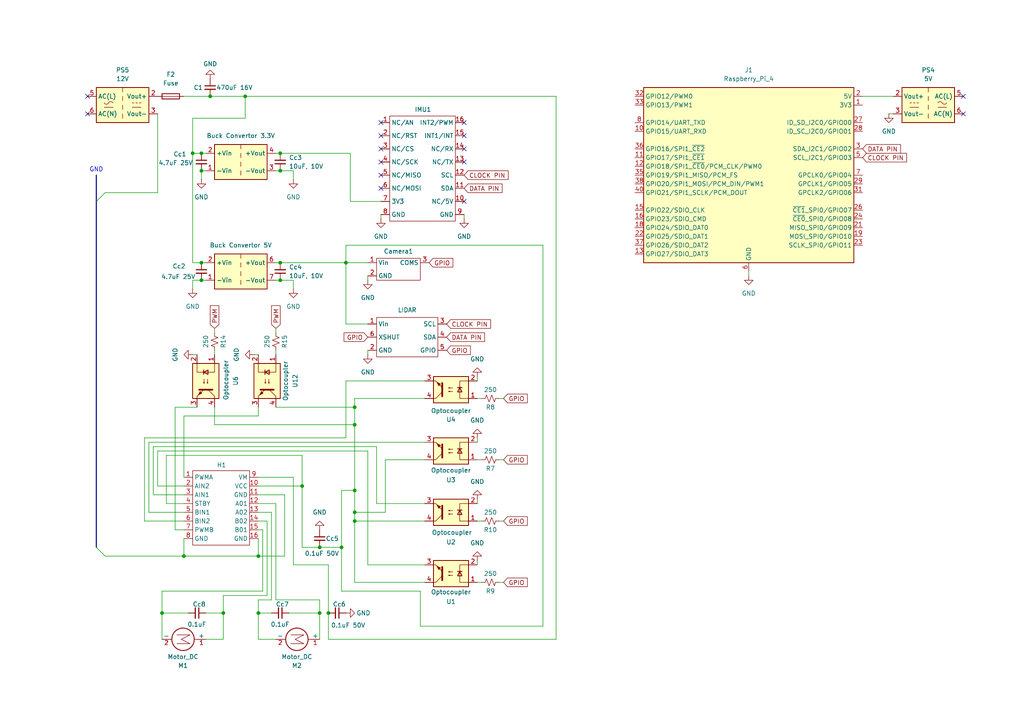
<source format=kicad_sch>
(kicad_sch (version 20250114) (generator "eeschema") (generator_version "9.0")
  (paper "A4")
  (title_block (title "MFWF Power Distribution") (date "2025-11-04") (rev "2") (company "Carleton University"))
  (lib_symbols
    (symbol "Connector:Raspberry_Pi_4"
      (property "Reference" "J" (at -17.526 48.768 0))
      (property "Value" "Raspberry_Pi_4" (at 15.748 -26.416 0))
      (symbol "Raspberry_Pi_4_1_1"
        (pin bidirectional line (at -33.02 22.86 0) (length 2.54) (name "GPIO12/PWM0") (number "32"))
        (pin bidirectional line (at -33.02 20.32 0) (length 2.54) (name "GPIO13/PWM1") (number "33"))
        (pin bidirectional line (at -33.02 15.24 0) (length 2.54) (name "GPIO14/UART_TXD") (number "8"))
        (pin bidirectional line (at -33.02 12.7 0) (length 2.54) (name "GPIO15/UART_RXD") (number "10"))
        (pin bidirectional line (at -33.02 7.62 0) (length 2.54) (name "GPIO16/SPI1_~{CE2}") (number "36"))
        (pin bidirectional line (at -33.02 5.08 0) (length 2.54) (name "GPIO17/SPI1_~{CE1}") (number "11"))
        (pin bidirectional line (at -33.02 2.54 0) (length 2.54) (name "GPIO18/SPI1_~{CE0}/PCM_CLK/PWM0") (number "12"))
        (pin bidirectional line (at -33.02 0 0) (length 2.54) (name "GPIO19/SPI1_MISO/PCM_FS") (number "35"))
        (pin bidirectional line (at -33.02 -2.54 0) (length 2.54) (name "GPIO20/SPI1_MOSI/PCM_DIN/PWM1") (number "38"))
        (pin bidirectional line (at -33.02 -5.08 0) (length 2.54) (name "GPIO21/SPI1_SCLK/PCM_DOUT") (number "40"))
        (pin bidirectional line (at -33.02 -10.16 0) (length 2.54) (name "GPIO22/SDIO_CLK") (number "15"))
        (pin bidirectional line (at -33.02 -12.7 0) (length 2.54) (name "GPIO23/SDIO_CMD") (number "16"))
        (pin bidirectional line (at -33.02 -15.24 0) (length 2.54) (name "GPIO24/SDIO_DAT0") (number "18"))
        (pin bidirectional line (at -33.02 -17.78 0) (length 2.54) (name "GPIO25/SDIO_DAT1") (number "22"))
        (pin bidirectional line (at -33.02 -20.32 0) (length 2.54) (name "GPIO26/SDIO_DAT2") (number "37"))
        (pin bidirectional line (at -33.02 -22.86 0) (length 2.54) (name "GPIO27/SDIO_DAT3") (number "13"))
        (pin passive line (at 0 -27.94 90) (length 2.54) (hide yes) (name "GND") (number "14"))
        (pin passive line (at 0 -27.94 90) (length 2.54) (hide yes) (name "GND") (number "20"))
        (pin passive line (at 0 -27.94 90) (length 2.54) (hide yes) (name "GND") (number "25"))
        (pin passive line (at 0 -27.94 90) (length 2.54) (hide yes) (name "GND") (number "30"))
        (pin passive line (at 0 -27.94 90) (length 2.54) (hide yes) (name "GND") (number "34"))
        (pin passive line (at 0 -27.94 90) (length 2.54) (hide yes) (name "GND") (number "39"))
        (pin power_out line (at 0 -27.94 90) (length 2.54) (name "GND") (number "6"))
        (pin passive line (at 0 -27.94 90) (length 2.54) (hide yes) (name "GND") (number "9"))
        (pin power_out line (at 33.02 22.86 180) (length 2.54) (name "5V") (number "2"))
        (pin passive line (at 33.02 22.86 180) (length 2.54) (hide yes) (name "5V") (number "4"))
        (pin power_out line (at 33.02 20.32 180) (length 2.54) (name "3V3") (number "1"))
        (pin passive line (at 33.02 20.32 180) (length 2.54) (hide yes) (name "3V3") (number "17"))
        (pin bidirectional line (at 33.02 15.24 180) (length 2.54) (name "ID_SD_I2C0/GPIO00") (number "27"))
        (pin bidirectional line (at 33.02 12.7 180) (length 2.54) (name "ID_SC_I2C0/GPIO01") (number "28"))
        (pin bidirectional line (at 33.02 7.62 180) (length 2.54) (name "SDA_I2C1/GPIO02") (number "3"))
        (pin bidirectional line (at 33.02 5.08 180) (length 2.54) (name "SCL_I2C1/GPIO03") (number "5"))
        (pin bidirectional line (at 33.02 0 180) (length 2.54) (name "GPCLK0/GPIO04") (number "7"))
        (pin bidirectional line (at 33.02 -2.54 180) (length 2.54) (name "GPCLK1/GPIO05") (number "29"))
        (pin bidirectional line (at 33.02 -5.08 180) (length 2.54) (name "GPCLK2/GPIO06") (number "31"))
        (pin bidirectional line (at 33.02 -10.16 180) (length 2.54) (name "~{CE1}_SPI0/GPIO07") (number "26"))
        (pin bidirectional line (at 33.02 -12.7 180) (length 2.54) (name "~{CE0}_SPI0/GPIO08") (number "24"))
        (pin bidirectional line (at 33.02 -15.24 180) (length 2.54) (name "MISO_SPI0/GPIO09") (number "21"))
        (pin bidirectional line (at 33.02 -17.78 180) (length 2.54) (name "MOSI_SPI0/GPIO10") (number "19"))
        (pin bidirectional line (at 33.02 -20.32 180) (length 2.54) (name "SCLK_SPI0/GPIO11") (number "23"))
      )
    )
    (symbol "Converter_ACDC:TMLM04105"
      (property "Reference" "PS" (at 0 6.35 0))
      (property "Value" "TMLM04105" (at 0 -6.35 0))
      (symbol "TMLM04105_1_1"
        (pin power_in line (at -10.16 2.54 0) (length 2.54) (name "AC(L)") (number "5"))
        (pin power_in line (at -10.16 -2.54 0) (length 2.54) (name "AC(N)") (number "6"))
        (pin power_out line (at 10.16 2.54 180) (length 2.54) (name "Vout+") (number "2"))
        (pin power_out line (at 10.16 -2.54 180) (length 2.54) (name "Vout-") (number "3"))
      )
    )
    (symbol "Converter_ACDC:TMLM04112"
      (property "Reference" "PS" (at 0 6.35 0))
      (property "Value" "TMLM04112" (at 0 -6.35 0))
      (symbol "TMLM04112_1_1"
        (pin power_in line (at -10.16 2.54 0) (length 2.54) (name "AC(L)") (number "5"))
        (pin power_in line (at -10.16 -2.54 0) (length 2.54) (name "AC(N)") (number "6"))
        (pin power_out line (at 10.16 2.54 180) (length 2.54) (name "Vout+") (number "2"))
        (pin power_out line (at 10.16 -2.54 180) (length 2.54) (name "Vout-") (number "3"))
      )
    )
    (symbol "Converter_DCDC:ITX1203SA"
      (property "Reference" "PS" (at -7.62 6.35 0))
      (property "Value" "ITX1203SA" (at 1.27 6.35 0))
      (symbol "ITX1203SA_0_0"
        (pin power_in line (at -10.16 2.54 0) (length 2.54) (name "+Vin") (number "2"))
        (pin power_in line (at -10.16 -2.54 0) (length 2.54) (name "-Vin") (number "1"))
        (pin no_connect line (at 7.62 0 180) (length 2.54) (hide yes) (name "NC") (number "8"))
        (pin power_out line (at 10.16 2.54 180) (length 2.54) (name "+Vout") (number "6"))
        (pin power_out line (at 10.16 -2.54 180) (length 2.54) (name "-Vout") (number "7"))
      )
    )
    (symbol "Converter_DCDC:MEE1S1205SC"
      (property "Reference" "PS" (at -7.62 6.35 0))
      (property "Value" "MEE1S1205SC" (at 1.27 6.35 0))
      (symbol "MEE1S1205SC_0_0"
        (pin power_in line (at -10.16 2.54 0) (length 2.54) (name "+Vin") (number "2"))
        (pin power_in line (at -10.16 -2.54 0) (length 2.54) (name "-Vin") (number "1"))
        (pin power_out line (at 10.16 2.54 180) (length 2.54) (name "+Vout") (number "4"))
        (pin power_out line (at 10.16 -2.54 180) (length 2.54) (name "-Vout") (number "3"))
      )
    )
    (symbol "Device:C_Small" (pin_numbers (hide yes)) (pin_names (offset 0.254) (hide yes))
      (property "Reference" "C" (at 0.254 1.778 0))
      (property "Value" "C_Small" (at 0.254 -2.032 0))
      (symbol "C_Small_1_1"
        (pin passive line (at 0 2.54 270) (length 2.032) (name "~") (number "1"))
        (pin passive line (at 0 -2.54 90) (length 2.032) (name "~") (number "2"))
      )
    )
    (symbol "Device:Fuse" (pin_numbers (hide yes)) (pin_names (offset 0))
      (property "Reference" "F" (at 2.032 0 90))
      (property "Value" "Fuse" (at -1.905 0 90))
      (symbol "Fuse_1_1"
        (pin passive line (at 0 3.81 270) (length 1.27) (name "~") (number "1"))
        (pin passive line (at 0 -3.81 90) (length 1.27) (name "~") (number "2"))
      )
    )
    (symbol "Device:R_Small_US" (pin_numbers (hide yes)) (pin_names (offset 0.254) (hide yes))
      (property "Reference" "R" (at 0.762 0.508 0))
      (property "Value" "R_Small_US" (at 0.762 -1.016 0))
      (symbol "R_Small_US_1_1"
        (pin passive line (at 0 2.54 270) (length 1.016) (name "~") (number "1"))
        (pin passive line (at 0 -2.54 90) (length 1.016) (name "~") (number "2"))
      )
    )
    (symbol "Driver_Motor:L293D" (pin_names (offset 1.016))
      (property "Reference" "U" (at -5.08 26.035 0))
      (property "Value" "L293D" (at -5.08 24.13 0))
      (symbol "L293D_1_1"
        (pin input line (at -12.7 15.24 0) (length 2.54) (name "1A") (number "2"))
        (pin input line (at -12.7 10.16 0) (length 2.54) (name "2A") (number "7"))
        (pin input line (at -12.7 5.08 0) (length 2.54) (name "EN1,2") (number "1"))
        (pin input line (at -12.7 0 0) (length 2.54) (name "3A") (number "10"))
        (pin input line (at -12.7 -5.08 0) (length 2.54) (name "4A") (number "15"))
        (pin input line (at -12.7 -10.16 0) (length 2.54) (name "EN3,4") (number "9"))
        (pin power_in line (at -5.08 -20.32 90) (length 2.54) (name "GND") (number "4"))
        (pin power_in line (at -2.54 25.4 270) (length 2.54) (name "VCC1") (number "16"))
        (pin power_in line (at -2.54 -20.32 90) (length 2.54) (name "GND") (number "5"))
        (pin power_in line (at 2.54 25.4 270) (length 2.54) (name "VCC2") (number "8"))
        (pin power_in line (at 2.54 -20.32 90) (length 2.54) (name "GND") (number "12"))
        (pin power_in line (at 5.08 -20.32 90) (length 2.54) (name "GND") (number "13"))
        (pin output line (at 12.7 15.24 180) (length 2.54) (name "1Y") (number "3"))
        (pin output line (at 12.7 10.16 180) (length 2.54) (name "2Y") (number "6"))
        (pin output line (at 12.7 0 180) (length 2.54) (name "3Y") (number "11"))
        (pin output line (at 12.7 -5.08 180) (length 2.54) (name "4Y") (number "14"))
      )
    )
    (symbol "IMU_2"
      (property "Reference" "IMU" (at 0 0 0))
      (symbol "IMU_2_1_1"
        (pin input line (at -10.16 -3.81 0) (length 2.54) (name "NC/AN") (number "1"))
        (pin input line (at -10.16 -7.62 0) (length 2.54) (name "NC/RST") (number "2"))
        (pin input line (at -10.16 -11.43 0) (length 2.54) (name "NC/CS") (number "3"))
        (pin input line (at -10.16 -15.24 0) (length 2.54) (name "NC/SCK") (number "4"))
        (pin input line (at -10.16 -19.05 0) (length 2.54) (name "NC/MISO") (number "5"))
        (pin input line (at -10.16 -22.86 0) (length 2.54) (name "NC/MOSI") (number "6"))
        (pin power_in line (at -10.16 -26.67 0) (length 2.54) (name "3V3") (number "7"))
        (pin power_out line (at -10.16 -30.48 0) (length 2.54) (name "GND") (number "8"))
        (pin input line (at 13.97 -3.81 180) (length 2.54) (name "INT2/PWM") (number "16"))
        (pin input line (at 13.97 -7.62 180) (length 2.54) (name "INT1/INT") (number "15"))
        (pin input line (at 13.97 -11.43 180) (length 2.54) (name "NC/RX") (number "14"))
        (pin input line (at 13.97 -15.24 180) (length 2.54) (name "NC/TX") (number "13"))
        (pin output line (at 13.97 -19.05 180) (length 2.54) (name "SCL") (number "12"))
        (pin output line (at 13.97 -22.86 180) (length 2.54) (name "SDA") (number "11"))
        (pin input line (at 13.97 -26.67 180) (length 2.54) (name "NC/5V") (number "10"))
        (pin power_out line (at 13.97 -30.48 180) (length 2.54) (name "GND") (number "9"))
      )
    )
    (symbol "Isolator:Optocoupler_DC_PhotoNPN_AKEC"
      (property "Reference" "U" (at -5.08 5.08 0))
      (property "Value" "Optocoupler_DC_PhotoNPN_AKEC" (at 0 5.08 0))
      (symbol "Optocoupler_DC_PhotoNPN_AKEC_1_1"
        (pin passive line (at -7.62 2.54 0) (length 2.54) (name "~") (number "1"))
        (pin passive line (at -7.62 -2.54 0) (length 2.54) (name "~") (number "2"))
        (pin passive line (at 7.62 2.54 180) (length 2.54) (name "~") (number "4"))
        (pin passive line (at 7.62 -2.54 180) (length 2.54) (name "~") (number "3"))
      )
    )
    (symbol "LIDAR_1"
      (property "Reference" "L" (at 2.032 -0.254 0))
      (symbol "LIDAR_1_1_1"
        (pin power_in line (at -8.89 -3.81 0) (length 2.54) (name "Vin") (number "1"))
        (pin input line (at -8.89 -7.62 0) (length 2.54) (name "XSHUT") (number "6"))
        (pin power_out line (at -8.89 -11.43 0) (length 2.54) (name "GND") (number "2"))
        (pin output line (at 13.97 -3.81 180) (length 2.54) (name "SCL") (number "3"))
        (pin output line (at 13.97 -7.62 180) (length 2.54) (name "SDA") (number "4"))
        (pin input line (at 13.97 -11.43 180) (length 2.54) (name "GPIO") (number "5"))
      )
    )
    (symbol "Motor:Motor_DC" (pin_names (offset 0))
      (property "Reference" "M" (at 2.54 2.54 0))
      (property "Value" "Motor_DC" (at 2.54 -5.08 0))
      (symbol "Motor_DC_1_1"
        (pin passive line (at 0 5.08 270) (length 2.54) (name "+") (number "1"))
        (pin passive line (at 0 -7.62 90) (length 2.54) (name "-") (number "2"))
      )
    )
    (symbol "Power Distribution Library:Camera"
      (property "Reference" "Camera" (at -0.254 -4.826 0))
      (symbol "Camera_1_1"
        (pin power_in line (at -8.89 -7.62 0) (length 2.54) (name "Vin") (number "1"))
        (pin power_in line (at -8.89 -11.43 0) (length 2.54) (name "GND") (number "2"))
        (pin input line (at 8.89 -7.62 180) (length 2.54) (name "COMS") (number "3"))
      )
    )
    (symbol "Power Distribution Library:H-Bridge"
      (property "Reference" "H" (at 0 0 0))
      (symbol "H-Bridge_1_1"
        (pin input line (at -10.795 -3.81 0) (length 2.54) (name "PWMA") (number "1"))
        (pin input line (at -10.795 -6.35 0) (length 2.54) (name "AIN2") (number "2"))
        (pin input line (at -10.795 -8.89 0) (length 2.54) (name "AIN1") (number "3"))
        (pin input line (at -10.795 -11.43 0) (length 2.54) (name "STBY") (number "4"))
        (pin input line (at -10.795 -13.97 0) (length 2.54) (name "BIN1") (number "5"))
        (pin input line (at -10.795 -16.51 0) (length 2.54) (name "BIN2") (number "6"))
        (pin input line (at -10.795 -19.05 0) (length 2.54) (name "PWMB") (number "7"))
        (pin power_out line (at -10.795 -21.59 0) (length 2.54) (name "GND") (number "8"))
        (pin power_in line (at 10.795 -3.81 180) (length 2.54) (name "VM") (number "9"))
        (pin power_in line (at 10.795 -6.35 180) (length 2.54) (name "VCC") (number "10"))
        (pin power_out line (at 10.795 -8.89 180) (length 2.54) (name "GND") (number "11"))
        (pin output line (at 10.795 -11.43 180) (length 2.54) (name "A01") (number "12"))
        (pin output line (at 10.795 -13.97 180) (length 2.54) (name "A02") (number "13"))
        (pin output line (at 10.795 -16.51 180) (length 2.54) (name "B02") (number "14"))
        (pin output line (at 10.795 -19.05 180) (length 2.54) (name "B01") (number "15"))
        (pin power_out line (at 10.795 -21.59 180) (length 2.54) (name "GND") (number "16"))
      )
    )
    (symbol "Power Distribution Library:IMU"
      (property "Reference" "IMU" (at 0.254 -4.826 0))
      (symbol "IMU_1_1"
        (pin power_in line (at -8.89 -7.62 0) (length 2.54) (name "Vin") (number "1"))
        (pin power_in line (at -8.89 -11.43 0) (length 2.54) (name "GND") (number "2"))
        (pin input line (at 8.89 -7.62 180) (length 2.54) (name "COMS") (number "3"))
      )
    )
    (symbol "Power Distribution Library:LIDAR"
      (property "Reference" "LIDAR" (at -0.254 -4.826 0))
      (symbol "LIDAR_1_1"
        (pin power_in line (at -8.89 -7.62 0) (length 2.54) (name "Vin") (number "1"))
        (pin power_in line (at -8.89 -11.43 0) (length 2.54) (name "GND") (number "2"))
        (pin input line (at 8.89 -7.62 180) (length 2.54) (name "COMS") (number "3"))
      )
    )
    (symbol "power:+12V" (power) (pin_numbers (hide yes)) (pin_names (offset 0) (hide yes))
      (property "Value" "+12V" (at 0 3.556 0))
      (symbol "+12V_1_1"
        (pin power_in line (at 0 0 90) (length 0) (name "~") (number "1"))
      )
    )
    (symbol "power:+3V3" (power) (pin_numbers (hide yes)) (pin_names (offset 0) (hide yes))
      (property "Value" "+3V3" (at 0 3.556 0))
      (symbol "+3V3_1_1"
        (pin power_in line (at 0 0 90) (length 0) (name "~") (number "1"))
      )
    )
    (symbol "power:+5V" (power) (pin_numbers (hide yes)) (pin_names (offset 0) (hide yes))
      (property "Value" "+5V" (at 0 3.556 0))
      (symbol "+5V_1_1"
        (pin power_in line (at 0 0 90) (length 0) (name "~") (number "1"))
      )
    )
    (symbol "power:-3V3" (power) (pin_numbers (hide yes)) (pin_names (offset 0) (hide yes))
      (property "Value" "-3V3" (at 0 3.556 0))
      (symbol "-3V3_0_0"
        (pin power_in line (at 0 0 90) (length 0) (name "~") (number "1"))
      )
    )
    (symbol "power:-5V" (power) (pin_numbers (hide yes)) (pin_names (offset 0) (hide yes))
      (property "Value" "-5V" (at 0 3.556 0))
      (symbol "-5V_0_0"
        (pin power_in line (at 0 0 90) (length 0) (name "~") (number "1"))
      )
    )
    (symbol "power:GND" (power) (pin_numbers (hide yes)) (pin_names (offset 0) (hide yes))
      (property "Value" "GND" (at 0 -3.81 0))
      (symbol "GND_1_1"
        (pin power_in line (at 0 0 270) (length 0) (name "~") (number "1"))
      )
    )
  )
  (text "GND" (at 27.94 49.276 0) (effects (font (size 1.27 1.27))))
  (junction (at 92.71 177.8))
  (junction (at 74.93 177.8))
  (junction (at 100.33 76.2))
  (junction (at -130.81 227.33))
  (junction (at 81.28 81.28))
  (junction (at -191.77 245.11))
  (junction (at 58.42 81.28))
  (junction (at -67.31 171.45))
  (junction (at 81.28 76.2))
  (junction (at -83.82 143.51))
  (junction (at 46.99 177.8))
  (junction (at 102.87 118.11))
  (junction (at -130.81 229.87))
  (junction (at -134.62 237.49))
  (junction (at 64.77 177.8))
  (junction (at 58.42 49.53))
  (junction (at 58.42 76.2))
  (junction (at 81.28 44.45))
  (junction (at 55.88 44.45))
  (junction (at 92.71 158.75))
  (junction (at -163.83 220.98))
  (junction (at 95.25 177.8))
  (junction (at -134.62 220.98))
  (junction (at -158.75 256.54))
  (junction (at -130.81 220.98))
  (junction (at -191.77 242.57))
  (junction (at -191.77 237.49))
  (junction (at 60.96 27.94))
  (junction (at -62.23 171.45))
  (junction (at 81.28 49.53))
  (junction (at -140.97 256.54))
  (junction (at 102.87 123.19))
  (junction (at -168.91 256.54))
  (junction (at -138.43 254))
  (junction (at -64.77 171.45))
  (junction (at 102.87 148.59))
  (junction (at -118.11 87.63))
  (junction (at -140.97 237.49))
  (junction (at 99.06 158.75))
  (junction (at -67.31 120.65))
  (junction (at 102.87 142.24))
  (junction (at 87.63 140.97))
  (junction (at 58.42 44.45))
  (junction (at 71.12 27.94))
  (junction (at 102.87 151.13))
  (junction (at 53.34 161.29))
  (junction (at -186.69 256.54))
  (junction (at -83.82 120.65))
  (junction (at -118.11 66.04))
  (junction (at 74.93 161.29))
  (no_connect (at 134.62 39.37))
  (no_connect (at 134.62 43.18))
  (no_connect (at -207.01 82.55))
  (no_connect (at 110.49 39.37))
  (no_connect (at 134.62 35.56))
  (no_connect (at 25.4 27.94))
  (no_connect (at 110.49 43.18))
  (no_connect (at 110.49 35.56))
  (no_connect (at 110.49 46.99))
  (no_connect (at 110.49 54.61))
  (no_connect (at -207.01 77.47))
  (no_connect (at 134.62 46.99))
  (no_connect (at 25.4 33.02))
  (no_connect (at 134.62 58.42))
  (no_connect (at 110.49 50.8))
  (no_connect (at 279.4 33.02))
  (no_connect (at -186.69 55.88))
  (no_connect (at 279.4 27.94))
  (no_connect (at -186.69 50.8))
  (bus_entry (at 27.94 158.75) (size 2.54 2.54))
  (bus_entry (at 27.94 58.42) (size 2.54 -2.54))
  (wire (pts (xy -130.81 229.87) (xy -130.81 247.65)))
  (wire (pts (xy -207.01 156.21) (xy -205.74 156.21)))
  (wire (pts (xy 106.68 130.81) (xy 106.68 163.83)))
  (wire (pts (xy 53.34 27.94) (xy 60.96 27.94)))
  (wire (pts (xy -83.82 123.19) (xy -83.82 120.65)))
  (wire (pts (xy 81.28 76.2) (xy 100.33 76.2)))
  (wire (pts (xy 43.18 148.59) (xy 53.34 148.59)))
  (wire (pts (xy 123.19 163.83) (xy 106.68 163.83)))
  (wire (pts (xy 102.87 142.24) (xy 102.87 148.59)))
  (wire (pts (xy 74.93 118.11) (xy 74.93 120.65)))
  (wire (pts (xy -186.69 252.73) (xy -186.69 256.54)))
  (wire (pts (xy 55.88 44.45) (xy 55.88 34.29)))
  (wire (pts (xy 58.42 49.53) (xy 58.42 52.07)))
  (wire (pts (xy 102.87 148.59) (xy 111.76 148.59)))
  (wire (pts (xy 139.7 115.57) (xy 138.43 115.57)))
  (wire (pts (xy -191.77 245.11) (xy -191.77 242.57)))
  (wire (pts (xy 80.01 81.28) (xy 81.28 81.28)))
  (wire (pts (xy -130.81 247.65) (xy -110.49 247.65)))
  (wire (pts (xy 82.55 161.29) (xy 74.93 161.29)))
  (wire (pts (xy -149.86 256.54) (xy -140.97 256.54)))
  (wire (pts (xy -67.31 120.65) (xy -67.31 118.11)))
  (wire (pts (xy -143.51 237.49) (xy -140.97 237.49)))
  (wire (pts (xy -158.75 256.54) (xy -154.94 256.54)))
  (wire (pts (xy -80.01 72.39) (xy -80.01 73.66)))
  (wire (pts (xy -110.49 242.57) (xy -127 242.57)))
  (wire (pts (xy 95.25 163.83) (xy 95.25 177.8)))
  (wire (pts (xy 100.33 93.98) (xy 106.68 93.98)))
  (wire (pts (xy 64.77 172.72) (xy 64.77 177.8)))
  (wire (pts (xy 85.09 163.83) (xy 95.25 163.83)))
  (wire (pts (xy -208.28 50.8) (xy -207.01 50.8)))
  (wire (pts (xy -118.11 66.04) (xy -113.03 66.04)))
  (wire (pts (xy 100.33 71.12) (xy 157.48 71.12)))
  (wire (pts (xy -41.91 66.04) (xy -40.64 66.04)))
  (wire (pts (xy -191.77 237.49) (xy -191.77 242.57)))
  (wire (pts (xy -168.91 207.01) (xy -168.91 227.33)))
  (wire (pts (xy 138.43 110.49) (xy 138.43 109.22)))
  (wire (pts (xy 102.87 148.59) (xy 102.87 151.13)))
  (wire (pts (xy 138.43 146.05) (xy 138.43 144.78)))
  (wire (pts (xy -138.43 264.16) (xy -90.17 264.16)))
  (wire (pts (xy -39.37 88.9) (xy -38.1 88.9)))
  (wire (pts (xy 121.92 181.61) (xy 157.48 181.61)))
  (wire (pts (xy -186.69 252.73) (xy -173.99 252.73)))
  (wire (pts (xy 102.87 168.91) (xy 123.19 168.91)))
  (wire (pts (xy -87.63 247.65) (xy -88.9 247.65)))
  (wire (pts (xy 106.68 101.6) (xy 106.68 102.87)))
  (wire (pts (xy 74.93 185.42) (xy 74.93 177.8)))
  (wire (pts (xy 77.47 172.72) (xy 64.77 172.72)))
  (wire (pts (xy -87.63 229.87) (xy -88.9 229.87)))
  (wire (pts (xy 83.82 177.8) (xy 92.71 177.8)))
  (wire (pts (xy 44.45 143.51) (xy 53.34 143.51)))
  (wire (pts (xy -163.83 220.98) (xy -134.62 220.98)))
  (wire (pts (xy 139.7 151.13) (xy 138.43 151.13)))
  (wire (pts (xy 74.93 120.65) (xy 53.34 120.65)))
  (wire (pts (xy 102.87 123.19) (xy 62.23 123.19)))
  (wire (pts (xy 64.77 185.42) (xy 59.69 185.42)))
  (wire (pts (xy -153.67 215.9) (xy -127 215.9)))
  (wire (pts (xy 139.7 133.35) (xy 138.43 133.35)))
  (wire (pts (xy 80.01 76.2) (xy 81.28 76.2)))
  (wire (pts (xy -158.75 264.16) (xy -158.75 256.54)))
  (wire (pts (xy -130.81 227.33) (xy -121.92 227.33)))
  (wire (pts (xy 161.29 185.42) (xy 161.29 27.94)))
  (wire (pts (xy -158.75 212.09) (xy -158.75 227.33)))
  (wire (pts (xy -130.81 227.33) (xy -130.81 229.87)))
  (wire (pts (xy -207.01 138.43) (xy -205.74 138.43)))
  (wire (pts (xy 71.12 34.29) (xy 71.12 27.94)))
  (wire (pts (xy -77.47 95.25) (xy -77.47 96.52)))
  (wire (pts (xy 55.88 76.2) (xy 58.42 76.2)))
  (wire (pts (xy -163.83 220.98) (xy -163.83 227.33)))
  (wire (pts (xy 146.05 151.13) (xy 144.78 151.13)))
  (wire (pts (xy -138.43 242.57) (xy -138.43 254)))
  (wire (pts (xy 80.01 44.45) (xy 81.28 44.45)))
  (wire (pts (xy 81.28 49.53) (xy 85.09 49.53)))
  (wire (pts (xy 250.19 27.94) (xy 259.08 27.94)))
  (wire (pts (xy 82.55 143.51) (xy 82.55 161.29)))
  (wire (pts (xy -59.69 168.91) (xy -59.69 171.45)))
  (wire (pts (xy 53.34 120.65) (xy 53.34 138.43)))
  (wire (pts (xy 74.93 146.05) (xy 80.01 146.05)))
  (wire (pts (xy 100.33 76.2) (xy 106.68 76.2)))
  (wire (pts (xy 55.88 44.45) (xy 58.42 44.45)))
  (wire (pts (xy 41.91 127) (xy 100.33 127)))
  (wire (pts (xy -62.23 118.11) (xy -62.23 123.19)))
  (wire (pts (xy 85.09 81.28) (xy 85.09 83.82)))
  (wire (pts (xy -173.99 256.54) (xy -168.91 256.54)))
  (wire (pts (xy 87.63 140.97) (xy 87.63 158.75)))
  (wire (pts (xy -130.81 229.87) (xy -110.49 229.87)))
  (wire (pts (xy 43.18 128.27) (xy 43.18 148.59)))
  (wire (pts (xy -110.49 189.23) (xy -173.99 189.23)))
  (wire (pts (xy 44.45 129.54) (xy 109.22 129.54)))
  (wire (pts (xy 58.42 44.45) (xy 59.69 44.45)))
  (wire (pts (xy 138.43 163.83) (xy 138.43 162.56)))
  (wire (pts (xy 74.93 173.99) (xy 78.74 173.99)))
  (wire (pts (xy 30.48 161.29) (xy 53.34 161.29)))
  (wire (pts (xy -81.28 67.31) (xy -80.01 67.31)))
  (wire (pts (xy 102.87 151.13) (xy 123.19 151.13)))
  (wire (pts (xy 123.19 115.57) (xy 102.87 115.57)))
  (wire (pts (xy -154.94 87.63) (xy -151.13 87.63)))
  (wire (pts (xy 157.48 181.61) (xy 157.48 71.12)))
  (wire (pts (xy 80.01 95.25) (xy 80.01 96.52)))
  (wire (pts (xy 80.01 146.05) (xy 80.01 173.99)))
  (wire (pts (xy 81.28 44.45) (xy 101.6 44.45)))
  (wire (pts (xy 62.23 101.6) (xy 62.23 102.87)))
  (wire (pts (xy -95.25 224.79) (xy -95.25 223.52)))
  (wire (pts (xy -67.31 171.45) (xy -64.77 171.45)))
  (wire (pts (xy 41.91 127) (xy 41.91 151.13)))
  (wire (pts (xy -154.94 66.04) (xy -151.13 66.04)))
  (wire (pts (xy 74.93 151.13) (xy 77.47 151.13)))
  (wire (pts (xy -191.77 234.95) (xy -191.77 237.49)))
  (wire (pts (xy -111.76 260.35) (xy -90.17 260.35)))
  (wire (pts (xy 100.33 76.2) (xy 100.33 93.98)))
  (wire (pts (xy -87.63 194.31) (xy -88.9 194.31)))
  (wire (pts (xy -83.82 143.51) (xy -83.82 158.75)))
  (wire (pts (xy -140.97 237.49) (xy -134.62 237.49)))
  (wire (pts (xy 74.93 102.87) (xy 73.66 102.87)))
  (wire (pts (xy -93.98 229.87) (xy -95.25 229.87)))
  (wire (pts (xy -153.67 264.16) (xy -158.75 264.16)))
  (wire (pts (xy 46.99 177.8) (xy 54.61 177.8)))
  (wire (pts (xy 87.63 158.75) (xy 92.71 158.75)))
  (wire (pts (xy -64.77 171.45) (xy -64.77 173.99)))
  (wire (pts (xy 85.09 49.53) (xy 85.09 52.07)))
  (wire (pts (xy -189.23 245.11) (xy -191.77 245.11)))
  (wire (pts (xy 45.72 33.02) (xy 45.72 55.88)))
  (wire (pts (xy 99.06 142.24) (xy 102.87 142.24)))
  (wire (pts (xy 58.42 81.28) (xy 55.88 81.28)))
  (wire (pts (xy 109.22 129.54) (xy 109.22 146.05)))
  (wire (pts (xy 110.49 62.23) (xy 110.49 63.5)))
  (wire (pts (xy -163.83 220.98) (xy -179.07 220.98)))
  (wire (pts (xy 44.45 129.54) (xy 44.45 143.51)))
  (wire (pts (xy -85.09 90.17) (xy -83.82 90.17)))
  (wire (pts (xy -153.67 252.73) (xy -140.97 252.73)))
  (wire (pts (xy -168.91 256.54) (xy -168.91 264.16)))
  (wire (pts (xy -33.02 88.9) (xy -31.75 88.9)))
  (wire (pts (xy -93.98 212.09) (xy -95.25 212.09)))
  (wire (pts (xy 146.05 115.57) (xy 144.78 115.57)))
  (wire (pts (xy -118.11 87.63) (xy -113.03 87.63)))
  (wire (pts (xy 80.01 118.11) (xy 102.87 118.11)))
  (wire (pts (xy -134.62 250.19) (xy -111.76 250.19)))
  (wire (pts (xy 55.88 34.29) (xy 71.12 34.29)))
  (wire (pts (xy 100.33 71.12) (xy 100.33 76.2)))
  (wire (pts (xy 45.72 140.97) (xy 53.34 140.97)))
  (wire (pts (xy 78.74 148.59) (xy 74.93 148.59)))
  (wire (pts (xy 102.87 118.11) (xy 102.87 123.19)))
  (wire (pts (xy -115.57 41.91) (xy -115.57 43.18)))
  (wire (pts (xy 64.77 177.8) (xy 64.77 185.42)))
  (wire (pts (xy 74.93 156.21) (xy 74.93 161.29)))
  (wire (pts (xy -121.92 212.09) (xy -121.92 227.33)))
  (wire (pts (xy -179.07 220.98) (xy -179.07 227.33)))
  (wire (pts (xy 53.34 156.21) (xy 53.34 161.29)))
  (wire (pts (xy 138.43 128.27) (xy 138.43 127)))
  (wire (pts (xy 100.33 110.49) (xy 123.19 110.49)))
  (wire (pts (xy 43.18 128.27) (xy 123.19 128.27)))
  (wire (pts (xy 59.69 177.8) (xy 64.77 177.8)))
  (wire (pts (xy 95.25 177.8) (xy 95.25 185.42)))
  (wire (pts (xy 46.99 171.45) (xy 76.2 171.45)))
  (wire (pts (xy -59.69 171.45) (xy -62.23 171.45)))
  (wire (pts (xy 81.28 81.28) (xy 85.09 81.28)))
  (wire (pts (xy 77.47 151.13) (xy 77.47 172.72)))
  (wire (pts (xy 87.63 132.08) (xy 87.63 140.97)))
  (wire (pts (xy 217.17 78.74) (xy 217.17 80.01)))
  (wire (pts (xy 139.7 168.91) (xy 138.43 168.91)))
  (wire (pts (xy -62.23 171.45) (xy -64.77 171.45)))
  (wire (pts (xy 123.19 146.05) (xy 109.22 146.05)))
  (wire (pts (xy -83.82 120.65) (xy -67.31 120.65)))
  (wire (pts (xy -134.62 237.49) (xy -134.62 220.98)))
  (wire (pts (xy -134.62 237.49) (xy -134.62 250.19)))
  (wire (pts (xy 58.42 81.28) (xy 59.69 81.28)))
  (wire (pts (xy 99.06 158.75) (xy 99.06 171.45)))
  (wire (pts (xy 111.76 133.35) (xy 111.76 148.59)))
  (wire (pts (xy 50.8 153.67) (xy 53.34 153.67)))
  (wire (pts (xy -83.82 158.75) (xy -77.47 158.75)))
  (wire (pts (xy -140.97 256.54) (xy -140.97 264.16)))
  (wire (pts (xy -168.91 252.73) (xy -168.91 256.54)))
  (wire (pts (xy 74.93 177.8) (xy 78.74 177.8)))
  (wire (pts (xy 99.06 171.45) (xy 121.92 171.45)))
  (bus (pts (xy 27.94 58.42) (xy 27.94 158.75)))
  (wire (pts (xy -143.51 242.57) (xy -138.43 242.57)))
  (wire (pts (xy -86.36 120.65) (xy -83.82 120.65)))
  (wire (pts (xy -62.23 168.91) (xy -62.23 171.45)))
  (wire (pts (xy -35.56 66.04) (xy -34.29 66.04)))
  (wire (pts (xy -158.75 212.09) (xy -124.46 212.09)))
  (wire (pts (xy 161.29 27.94) (xy 71.12 27.94)))
  (wire (pts (xy -208.28 55.88) (xy -207.01 55.88)))
  (wire (pts (xy -134.62 220.98) (xy -130.81 220.98)))
  (wire (pts (xy -95.25 242.57) (xy -95.25 241.3)))
  (wire (pts (xy 80.01 101.6) (xy 80.01 102.87)))
  (wire (pts (xy -158.75 256.54) (xy -158.75 252.73)))
  (wire (pts (xy 46.99 171.45) (xy 46.99 177.8)))
  (wire (pts (xy 85.09 138.43) (xy 85.09 163.83)))
  (wire (pts (xy 46.99 177.8) (xy 46.99 185.42)))
  (wire (pts (xy 74.93 138.43) (xy 85.09 138.43)))
  (wire (pts (xy -83.82 128.27) (xy -83.82 143.51)))
  (wire (pts (xy 55.88 44.45) (xy 55.88 76.2)))
  (wire (pts (xy -168.91 264.16) (xy -173.99 264.16)))
  (wire (pts (xy 92.71 158.75) (xy 99.06 158.75)))
  (wire (pts (xy 48.26 146.05) (xy 48.26 132.08)))
  (wire (pts (xy -111.76 250.19) (xy -111.76 260.35)))
  (wire (pts (xy -67.31 120.65) (xy -67.31 123.19)))
  (wire (pts (xy 92.71 173.99) (xy 92.71 177.8)))
  (wire (pts (xy -124.46 212.09) (xy -124.46 224.79)))
  (wire (pts (xy 80.01 173.99) (xy 92.71 173.99)))
  (wire (pts (xy 102.87 151.13) (xy 102.87 168.91)))
  (wire (pts (xy 50.8 118.11) (xy 50.8 153.67)))
  (wire (pts (xy -186.69 256.54) (xy -186.69 264.16)))
  (wire (pts (xy -93.98 247.65) (xy -95.25 247.65)))
  (wire (pts (xy -83.82 143.51) (xy -77.47 143.51)))
  (wire (pts (xy 78.74 173.99) (xy 78.74 148.59)))
  (wire (pts (xy 102.87 123.19) (xy 102.87 142.24)))
  (wire (pts (xy -87.63 67.31) (xy -86.36 67.31)))
  (wire (pts (xy 80.01 185.42) (xy 74.93 185.42)))
  (wire (pts (xy 74.93 177.8) (xy 74.93 173.99)))
  (wire (pts (xy 53.34 161.29) (xy 74.93 161.29)))
  (wire (pts (xy -87.63 212.09) (xy -88.9 212.09)))
  (wire (pts (xy 58.42 76.2) (xy 59.69 76.2)))
  (wire (pts (xy 48.26 146.05) (xy 53.34 146.05)))
  (wire (pts (xy 123.19 133.35) (xy 111.76 133.35)))
  (wire (pts (xy -189.23 234.95) (xy -191.77 234.95)))
  (wire (pts (xy 48.26 132.08) (xy 87.63 132.08)))
  (wire (pts (xy -34.29 71.12) (xy -34.29 72.39)))
  (wire (pts (xy 41.91 151.13) (xy 53.34 151.13)))
  (wire (pts (xy -130.81 194.31) (xy -130.81 220.98)))
  (wire (pts (xy 62.23 118.11) (xy 62.23 123.19)))
  (wire (pts (xy 110.49 58.42) (xy 101.6 58.42)))
  (wire (pts (xy -110.49 224.79) (xy -124.46 224.79)))
  (wire (pts (xy 45.72 130.81) (xy 106.68 130.81)))
  (wire (pts (xy 101.6 44.45) (xy 101.6 58.42)))
  (wire (pts (xy -67.31 168.91) (xy -67.31 171.45)))
  (wire (pts (xy 71.12 27.94) (xy 60.96 27.94)))
  (wire (pts (xy -31.75 93.98) (xy -31.75 95.25)))
  (wire (pts (xy 55.88 81.28) (xy 55.88 83.82)))
  (wire (pts (xy 92.71 177.8) (xy 92.71 185.42)))
  (wire (pts (xy -95.25 207.01) (xy -95.25 205.74)))
  (wire (pts (xy 99.06 158.75) (xy 99.06 142.24)))
  (wire (pts (xy 134.62 62.23) (xy 134.62 63.5)))
  (wire (pts (xy 100.33 110.49) (xy 100.33 127)))
  (wire (pts (xy -189.23 237.49) (xy -191.77 237.49)))
  (wire (pts (xy -93.98 194.31) (xy -95.25 194.31)))
  (wire (pts (xy 57.15 102.87) (xy 55.88 102.87)))
  (wire (pts (xy 74.93 143.51) (xy 82.55 143.51)))
  (wire (pts (xy 257.81 33.02) (xy 259.08 33.02)))
  (wire (pts (xy -110.49 194.31) (xy -130.81 194.31)))
  (wire (pts (xy -110.49 212.09) (xy -121.92 212.09)))
  (wire (pts (xy -153.67 215.9) (xy -153.67 227.33)))
  (wire (pts (xy -173.99 189.23) (xy -173.99 227.33)))
  (wire (pts (xy -69.85 168.91) (xy -69.85 171.45)))
  (wire (pts (xy 58.42 49.53) (xy 59.69 49.53)))
  (bus (pts (xy 27.94 50.8) (xy 27.94 58.42)))
  (wire (pts (xy -205.74 116.84) (xy -204.47 116.84)))
  (wire (pts (xy 76.2 153.67) (xy 76.2 171.45)))
  (wire (pts (xy -138.43 254) (xy -138.43 264.16)))
  (wire (pts (xy 102.87 115.57) (xy 102.87 118.11)))
  (wire (pts (xy 95.25 185.42) (xy 161.29 185.42)))
  (wire (pts (xy -127 242.57) (xy -127 215.9)))
  (wire (pts (xy 74.93 140.97) (xy 87.63 140.97)))
  (wire (pts (xy 45.72 55.88) (xy 30.48 55.88)))
  (wire (pts (xy 45.72 130.81) (xy 45.72 140.97)))
  (wire (pts (xy -140.97 252.73) (xy -140.97 256.54)))
  (wire (pts (xy 80.01 49.53) (xy 81.28 49.53)))
  (wire (pts (xy 62.23 95.25) (xy 62.23 96.52)))
  (wire (pts (xy -69.85 171.45) (xy -67.31 171.45)))
  (wire (pts (xy 121.92 171.45) (xy 121.92 181.61)))
  (wire (pts (xy -78.74 90.17) (xy -77.47 90.17)))
  (wire (pts (xy 74.93 153.67) (xy 76.2 153.67)))
  (wire (pts (xy 106.68 80.01) (xy 106.68 81.28)))
  (wire (pts (xy -130.81 220.98) (xy -130.81 227.33)))
  (wire (pts (xy 146.05 168.91) (xy 144.78 168.91)))
  (wire (pts (xy -130.81 66.04) (xy -118.11 66.04)))
  (wire (pts (xy -189.23 242.57) (xy -191.77 242.57)))
  (wire (pts (xy -186.69 256.54) (xy -179.07 256.54)))
  (wire (pts (xy 57.15 118.11) (xy 50.8 118.11)))
  (wire (pts (xy -191.77 245.11) (xy -191.77 247.65)))
  (wire (pts (xy -130.81 87.63) (xy -118.11 87.63)))
  (wire (pts (xy -110.49 207.01) (xy -168.91 207.01)))
  (wire (pts (xy 146.05 133.35) (xy 144.78 133.35)))
  (global_label "GPIO" (shape input) (at -187.96 156.21 0) (property "Intersheetrefs" "${INTERSHEET_REFS}" (effects (hide yes))))
  (global_label "2Y" (shape input) (at -52.07 138.43 0) (property "Intersheetrefs" "${INTERSHEET_REFS}" (effects (hide yes))))
  (global_label "PWM" (shape input) (at 80.01 95.25 90) (property "Intersheetrefs" "${INTERSHEET_REFS}" (effects (hide yes))))
  (global_label "GPIO" (shape input) (at 124.46 76.2 0) (property "Intersheetrefs" "${INTERSHEET_REFS}" (effects (hide yes))))
  (global_label "4Y" (shape input) (at -115.57 123.19 0) (property "Intersheetrefs" "${INTERSHEET_REFS}" (effects (hide yes))))
  (global_label "2A" (shape input) (at -77.47 138.43 180) (property "Intersheetrefs" "${INTERSHEET_REFS}" (effects (hide yes))))
  (global_label "4A" (shape input) (at -77.47 153.67 180) (property "Intersheetrefs" "${INTERSHEET_REFS}" (effects (hide yes))))
  (global_label "GPIO" (shape input) (at 146.05 133.35 0) (property "Intersheetrefs" "${INTERSHEET_REFS}" (effects (hide yes))))
  (global_label "OC4" (shape input) (at -64.77 67.31 0) (property "Intersheetrefs" "${INTERSHEET_REFS}" (effects (hide yes))))
  (global_label "PWM" (shape input) (at 62.23 95.25 90) (property "Intersheetrefs" "${INTERSHEET_REFS}" (effects (hide yes))))
  (global_label "4A" (shape input) (at -62.23 95.25 0) (property "Intersheetrefs" "${INTERSHEET_REFS}" (effects (hide yes))))
  (global_label "1A" (shape input) (at -19.05 71.12 0) (property "Intersheetrefs" "${INTERSHEET_REFS}" (effects (hide yes))))
  (global_label "GPIO" (shape input) (at -87.63 247.65 0) (property "Intersheetrefs" "${INTERSHEET_REFS}" (effects (hide yes))))
  (global_label "DATA PIN" (shape input) (at 134.62 54.61 0) (property "Intersheetrefs" "${INTERSHEET_REFS}" (effects (hide yes))))
  (global_label "3Y" (shape input) (at -52.07 148.59 0) (property "Intersheetrefs" "${INTERSHEET_REFS}" (effects (hide yes))))
  (global_label "OC4" (shape input) (at -16.51 88.9 0) (property "Intersheetrefs" "${INTERSHEET_REFS}" (effects (hide yes))))
  (global_label "GPIO" (shape input) (at 106.68 97.79 180) (property "Intersheetrefs" "${INTERSHEET_REFS}" (effects (hide yes))))
  (global_label "GPIO" (shape input) (at 146.05 168.91 0) (property "Intersheetrefs" "${INTERSHEET_REFS}" (effects (hide yes))))
  (global_label "OC4" (shape input) (at -62.23 90.17 0) (property "Intersheetrefs" "${INTERSHEET_REFS}" (effects (hide yes))))
  (global_label "GPIO" (shape input) (at -39.37 88.9 180) (property "Intersheetrefs" "${INTERSHEET_REFS}" (effects (hide yes))))
  (global_label "GPIO" (shape input) (at -186.69 116.84 0) (property "Intersheetrefs" "${INTERSHEET_REFS}" (effects (hide yes))))
  (global_label "1Y" (shape input) (at -52.07 133.35 0) (property "Intersheetrefs" "${INTERSHEET_REFS}" (effects (hide yes))))
  (global_label "DATA PIN" (shape input) (at 250.19 43.18 0) (property "Intersheetrefs" "${INTERSHEET_REFS}" (effects (hide yes))))
  (global_label "GPIO" (shape input) (at -87.63 212.09 0) (property "Intersheetrefs" "${INTERSHEET_REFS}" (effects (hide yes))))
  (global_label "GPIO" (shape input) (at -87.63 194.31 0) (property "Intersheetrefs" "${INTERSHEET_REFS}" (effects (hide yes))))
  (global_label "GPIO" (shape input) (at -187.96 138.43 0) (property "Intersheetrefs" "${INTERSHEET_REFS}" (effects (hide yes))))
  (global_label "3Y" (shape input) (at -128.27 123.19 180) (property "Intersheetrefs" "${INTERSHEET_REFS}" (effects (hide yes))))
  (global_label "4Y" (shape input) (at -52.07 153.67 0) (property "Intersheetrefs" "${INTERSHEET_REFS}" (effects (hide yes))))
  (global_label "GPIO" (shape input) (at -41.91 66.04 180) (property "Intersheetrefs" "${INTERSHEET_REFS}" (effects (hide yes))))
  (global_label "1Y" (shape input) (at -156.21 123.19 180) (property "Intersheetrefs" "${INTERSHEET_REFS}" (effects (hide yes))))
  (global_label "CLOCK PIN" (shape input) (at 129.54 93.98 0) (property "Intersheetrefs" "${INTERSHEET_REFS}" (effects (hide yes))))
  (global_label "3A" (shape input) (at -64.77 72.39 0) (property "Intersheetrefs" "${INTERSHEET_REFS}" (effects (hide yes))))
  (global_label "CLOCK PIN" (shape input) (at 250.19 45.72 0) (property "Intersheetrefs" "${INTERSHEET_REFS}" (effects (hide yes))))
  (global_label "GPIO" (shape input) (at -87.63 67.31 180) (property "Intersheetrefs" "${INTERSHEET_REFS}" (effects (hide yes))))
  (global_label "OC4" (shape input) (at -19.05 66.04 0) (property "Intersheetrefs" "${INTERSHEET_REFS}" (effects (hide yes))))
  (global_label "OC4" (shape input) (at -86.36 120.65 180) (property "Intersheetrefs" "${INTERSHEET_REFS}" (effects (hide yes))))
  (global_label "2A" (shape input) (at -16.51 93.98 0) (property "Intersheetrefs" "${INTERSHEET_REFS}" (effects (hide yes))))
  (global_label "DATA PIN" (shape input) (at 129.54 97.79 0) (property "Intersheetrefs" "${INTERSHEET_REFS}" (effects (hide yes))))
  (global_label "2Y" (shape input) (at -143.51 123.19 0) (property "Intersheetrefs" "${INTERSHEET_REFS}" (effects (hide yes))))
  (global_label "1A" (shape input) (at -77.47 133.35 180) (property "Intersheetrefs" "${INTERSHEET_REFS}" (effects (hide yes))))
  (global_label "GPIO" (shape input) (at 146.05 151.13 0) (property "Intersheetrefs" "${INTERSHEET_REFS}" (effects (hide yes))))
  (global_label "GPIO" (shape input) (at -87.63 229.87 0) (property "Intersheetrefs" "${INTERSHEET_REFS}" (effects (hide yes))))
  (global_label "GPIO" (shape input) (at -85.09 90.17 180) (property "Intersheetrefs" "${INTERSHEET_REFS}" (effects (hide yes))))
  (global_label "GPIO" (shape input) (at 129.54 101.6 0) (property "Intersheetrefs" "${INTERSHEET_REFS}" (effects (hide yes))))
  (global_label "3A" (shape input) (at -77.47 148.59 180) (property "Intersheetrefs" "${INTERSHEET_REFS}" (effects (hide yes))))
  (global_label "CLOCK PIN" (shape input) (at 134.62 50.8 0) (property "Intersheetrefs" "${INTERSHEET_REFS}" (effects (hide yes))))
  (global_label "GPIO" (shape input) (at 146.05 115.57 0) (property "Intersheetrefs" "${INTERSHEET_REFS}" (effects (hide yes))))
  (symbol (lib_id "power:GND") (at -205.74 142.24 0) (unit 1)
    (property "Reference" "#PWR018" (effects (hide yes)))
    (property "Value" "GND" (at -205.74 147.32 0))
    (property "Description" "Power symbol creates a global label with name \"GND\" , ground" (effects (hide yes)))
  )
  (symbol (lib_id "Converter_ACDC:TMLM04105") (at -196.85 53.34 0) (mirror y) (unit 1)
    (property "Reference" "PS8" (at -196.85 43.18 0))
    (property "Value" "5V" (at -196.85 45.72 0))
    (property "Footprint" "Converter_ACDC:Converter_ACDC_TRACO_TMLM-04_THT" (effects (hide yes)))
    (property "Datasheet" "https://www.tracopower.com/products/tmlm.pdf" (effects (hide yes)))
    (property "Description" "5V 800mA AC/DC low noise power module" (effects (hide yes)))
  )
  (symbol (lib_id "Power Distribution Library:Camera") (at -196.85 130.81 0) (unit 1)
    (property "Reference" "Camera1" (at -196.85 135.128 0))
  )
  (symbol (lib_id "Driver_Motor:L293D") (at -168.91 240.03 270) (unit 1)
    (property "Reference" "U7" (at -143.51 230.886 0) (effects (justify left)))
    (property "Value" "L293D" (at -143.51 244.7133 0) (effects (justify left)))
    (property "Footprint" "Package_DIP:DIP-16_W7.62mm" (effects (hide yes)))
    (property "Datasheet" "http://www.ti.com/lit/ds/symlink/l293.pdf" (effects (hide yes)))
    (property "Description" "Quadruple Half-H Drivers" (effects (hide yes)))
  )
  (symbol (lib_id "Device:C_Small") (at 60.96 25.4 0) (unit 1)
    (property "Reference" "C1" (at 56.134 25.4 0) (effects (justify left)))
    (property "Value" "470uF 16V" (at 62.738 25.4 0) (effects (justify left)))
    (property "Description" "Unpolarized capacitor, small symbol" (effects (hide yes)))
  )
  (symbol (lib_id "Device:Fuse") (at 49.53 27.94 90) (unit 1)
    (property "Reference" "F2" (at 49.53 21.59 90))
    (property "Value" "Fuse" (at 49.53 24.13 90))
    (property "Description" "Fuse" (effects (hide yes)))
  )
  (symbol (lib_id "Device:R_Small_US") (at -91.44 247.65 90) (unit 1)
    (property "Reference" "R13" (at -91.44 250.19 90))
    (property "Value" "250" (at -91.44 245.11 90))
    (property "Description" "Resistor, small US symbol" (effects (hide yes)))
  )
  (symbol (lib_id "power:GND") (at 138.43 144.78 180) (unit 1)
    (property "Reference" "#PWR045" (effects (hide yes)))
    (property "Value" "GND" (at 138.43 139.7 0))
    (property "Description" "Power symbol creates a global label with name \"GND\" , ground" (effects (hide yes)))
  )
  (symbol (lib_id "Isolator:Optocoupler_DC_PhotoNPN_AKEC") (at -26.67 68.58 0) (unit 1)
    (property "Reference" "U1" (at -26.67 59.69 0))
    (property "Value" "Optocoupler" (at -26.67 63.246 0))
    (property "Description" "Generic DC optocoupler with NPN phototransistor output, pins order: anode/cathode/emitter/collector" (effects (hide yes)))
  )
  (symbol (lib_id "Device:C_Small") (at -135.89 254 270) (unit 1)
    (property "Reference" "Cc10" (at -137.16 251.46 90) (effects (justify left)))
    (property "Value" "0.1uF 50V" (at -137.668 257.556 90) (effects (justify left)))
    (property "Description" "Unpolarized capacitor, small symbol" (effects (hide yes)))
  )
  (symbol (lib_id "power:GND") (at 55.88 83.82 0) (unit 1)
    (property "Reference" "#PWR033" (effects (hide yes)))
    (property "Value" "GND" (at 55.88 88.9 0))
    (property "Description" "Power symbol creates a global label with name \"GND\" , ground" (effects (hide yes)))
  )
  (symbol (lib_id "Device:R_Small_US") (at -35.56 88.9 270) (unit 1)
    (property "Reference" "R3" (at -35.56 86.36 90))
    (property "Value" "250" (at -35.56 91.44 90))
    (property "Description" "Resistor, small US symbol" (effects (hide yes)))
  )
  (symbol (lib_id "power:GND") (at 106.68 102.87 0) (unit 1)
    (property "Reference" "#PWR040" (effects (hide yes)))
    (property "Value" "GND" (at 106.68 107.95 0))
    (property "Description" "Power symbol creates a global label with name \"GND\" , ground" (effects (hide yes)))
  )
  (symbol (lib_id "Power Distribution Library:H-Bridge") (at 64.135 134.62 0) (unit 1)
    (property "Reference" "H1" (at 64.262 134.874 0))
  )
  (symbol (lib_id "power:GND") (at -186.69 82.55 0) (unit 1)
    (property "Reference" "#PWR05" (effects (hide yes)))
    (property "Value" "GND" (at -186.69 87.63 0))
    (property "Description" "Power symbol creates a global label with name \"GND\" , ground" (effects (hide yes)))
  )
  (symbol (lib_id "power:GND") (at 85.09 83.82 0) (unit 1)
    (property "Reference" "#PWR031" (effects (hide yes)))
    (property "Value" "GND" (at 85.09 88.9 0))
    (property "Description" "Power symbol creates a global label with name \"GND\" , ground" (effects (hide yes)))
  )
  (symbol (lib_id "Device:R_Small_US") (at -83.82 125.73 0) (unit 1)
    (property "Reference" "R1" (at -81.28 124.4599 0) (effects (justify left)))
    (property "Value" "10k" (at -81.28 126.9999 0) (effects (justify left)))
    (property "Description" "Resistor, small US symbol" (effects (hide yes)))
  )
  (symbol (lib_id "Device:C_Small") (at -118.11 68.58 0) (unit 1)
    (property "Reference" "C2" (at -124.46 68.5864 90))
    (property "Value" "0.1uF" (at -121.92 68.5864 90))
    (property "Description" "Unpolarized capacitor, small symbol" (effects (hide yes)))
  )
  (symbol (lib_id "power:GND") (at 73.66 102.87 270) (unit 1)
    (property "Reference" "#PWR055" (effects (hide yes)))
    (property "Value" "GND" (at 68.58 102.87 0))
    (property "Description" "Power symbol creates a global label with name \"GND\" , ground" (effects (hide yes)))
  )
  (symbol (lib_id "power:+12V") (at -62.23 118.11 0) (unit 1)
    (property "Reference" "#PWR02" (effects (hide yes)))
    (property "Value" "+12V" (at -62.23 113.03 0))
    (property "Description" "Power symbol creates a global label with name \"+12V\"" (effects (hide yes)))
  )
  (symbol (lib_id "Device:R_Small_US") (at -81.28 90.17 270) (unit 1)
    (property "Reference" "R4" (at -81.28 87.63 90))
    (property "Value" "250" (at -81.28 92.71 90))
    (property "Description" "Resistor, small US symbol" (effects (hide yes)))
  )
  (symbol (lib_id "Device:R_Small_US") (at 142.24 151.13 90) (unit 1)
    (property "Reference" "R10" (at 142.24 153.67 90))
    (property "Value" "250" (at 142.24 148.59 90))
    (property "Description" "Resistor, small US symbol" (effects (hide yes)))
  )
  (symbol (lib_id "Converter_DCDC:ITX1203SA") (at -140.97 90.17 0) (unit 1)
    (property "Reference" "PS2" (effects (hide yes)))
    (property "Value" "Buck Convertor 5V" (at -140.97 82.55 0))
    (property "Footprint" "Converter_DCDC:Converter_DCDC_XP_POWER-ITXxxxxSA_THT" (effects (hide yes)))
    (property "Datasheet" "https://www.xppower.com/pdfs/SF_ITX.pdf" (effects (hide yes)))
    (property "Description" "XP Power 6W, 1000 VDC Isolated DC/DC Converter Module, Fully Regulated Single Output Voltage 3.3V, ±1300mA, 12V Input Voltage, SIP" (effects (hide yes)))
  )
  (symbol (lib_id "power:GND") (at -95.25 241.3 180) (unit 1)
    (property "Reference" "#PWR050" (effects (hide yes)))
    (property "Value" "GND" (at -95.25 236.22 0))
    (property "Description" "Power symbol creates a global label with name \"GND\" , ground" (effects (hide yes)))
  )
  (symbol (lib_id "power:GND") (at -118.11 92.71 0) (unit 1)
    (property "Reference" "#PWR016" (effects (hide yes)))
    (property "Value" "GND" (at -118.11 97.79 0))
    (property "Description" "Power symbol creates a global label with name \"GND\" , ground" (effects (hide yes)))
  )
  (symbol (lib_id "Motor:Motor_DC") (at 54.61 185.42 270) (unit 1)
    (property "Reference" "M1" (at 53.086 193.04 90))
    (property "Value" "Motor_DC" (at 53.086 190.5 90))
    (property "Description" "DC Motor" (effects (hide yes)))
  )
  (symbol (lib_id "power:GND") (at 85.09 52.07 0) (unit 1)
    (property "Reference" "#PWR036" (effects (hide yes)))
    (property "Value" "GND" (at 85.09 57.15 0))
    (property "Description" "Power symbol creates a global label with name \"GND\" , ground" (effects (hide yes)))
  )
  (symbol (lib_id "power:GND") (at -80.01 73.66 0) (unit 1)
    (property "Reference" "#PWR08" (effects (hide yes)))
    (property "Value" "GND" (at -80.01 78.74 0))
    (property "Description" "Power symbol creates a global label with name \"GND\" , ground" (effects (hide yes)))
  )
  (symbol (lib_id "Device:C_Small") (at 81.28 177.8 270) (unit 1)
    (property "Reference" "Cc7" (at 80.01 175.26 90) (effects (justify left)))
    (property "Value" "0.1uF" (at 78.486 181.102 90) (effects (justify left)))
    (property "Description" "Unpolarized capacitor, small symbol" (effects (hide yes)))
  )
  (symbol (lib_id "power:+5V") (at -90.17 260.35 270) (unit 1)
    (property "Reference" "#PWR053" (effects (hide yes)))
    (property "Value" "+5V" (at -86.36 260.3499 90) (effects (justify left)))
    (property "Description" "Power symbol creates a global label with name \"+5V\"" (effects (hide yes)))
  )
  (symbol (lib_id "power:GND") (at 110.49 63.5 0) (unit 1)
    (property "Reference" "#PWR030" (effects (hide yes)))
    (property "Value" "GND" (at 110.49 68.58 0))
    (property "Description" "Power symbol creates a global label with name \"GND\" , ground" (effects (hide yes)))
  )
  (symbol (lib_id "Isolator:Optocoupler_DC_PhotoNPN_AKEC") (at -69.85 92.71 0) (unit 1)
    (property "Reference" "U5" (at -69.85 83.82 0))
    (property "Value" "Optocoupler" (at -69.85 86.36 0))
    (property "Description" "Generic DC optocoupler with NPN phototransistor output, pins order: anode/cathode/emitter/collector" (effects (hide yes)))
  )
  (symbol (lib_id "Device:R_Small_US") (at 142.24 115.57 90) (unit 1)
    (property "Reference" "R8" (at 142.24 118.11 90))
    (property "Value" "250" (at 142.24 113.03 90))
    (property "Description" "Resistor, small US symbol" (effects (hide yes)))
  )
  (symbol (lib_id "power:GND") (at 100.33 177.8 90) (unit 1)
    (property "Reference" "#PWR037" (effects (hide yes)))
    (property "Value" "GND" (at 105.41 177.8 90))
    (property "Description" "Power symbol creates a global label with name \"GND\" , ground" (effects (hide yes)))
  )
  (symbol (lib_id "Device:R_Small_US") (at -91.44 194.31 90) (unit 1)
    (property "Reference" "R6" (at -91.44 196.85 90))
    (property "Value" "250" (at -91.44 191.77 90))
    (property "Description" "Resistor, small US symbol" (effects (hide yes)))
  )
  (symbol (lib_id "power:GND") (at -151.13 92.71 0) (unit 1)
    (property "Reference" "#PWR010" (effects (hide yes)))
    (property "Value" "GND" (at -151.13 97.79 0))
    (property "Description" "Power symbol creates a global label with name \"GND\" , ground" (effects (hide yes)))
  )
  (symbol (lib_id "Converter_DCDC:MEE1S1205SC") (at 69.85 46.99 0) (unit 1)
    (property "Reference" "PS6" (effects (hide yes)))
    (property "Value" "Buck Convertor 3.3V" (at 69.85 39.37 0))
    (property "Footprint" "Converter_DCDC:Converter_DCDC_Murata_MEE1SxxxxSC_THT" (effects (hide yes)))
    (property "Datasheet" "https://power.murata.com/pub/data/power/ncl/kdc_mee1.pdf" (effects (hide yes)))
    (property "Description" "1W, 1000 VDC isolated DC/DC converter, 12V input, 5V output, SIP" (effects (hide yes)))
  )
  (symbol (lib_name "IMU_2") (lib_id "Power Distribution Library:IMU") (at 120.65 31.75 0) (unit 1)
    (property "Reference" "IMU1" (at 122.682 31.75 0))
  )
  (symbol (lib_id "power:GND") (at 60.96 22.86 180) (unit 1)
    (property "Reference" "#PWR039" (effects (hide yes)))
    (property "Value" "GND" (at 60.96 18.542 0))
    (property "Description" "Power symbol creates a global label with name \"GND\" , ground" (effects (hide yes)))
  )
  (symbol (lib_id "power:GND") (at -130.81 71.12 0) (unit 1)
    (property "Reference" "#PWR014" (effects (hide yes)))
    (property "Value" "GND" (at -130.81 76.2 0))
    (property "Description" "Power symbol creates a global label with name \"GND\" , ground" (effects (hide yes)))
  )
  (symbol (lib_name "LIDAR_1") (lib_id "Power Distribution Library:LIDAR") (at 115.57 90.17 0) (unit 1)
    (property "Reference" "LIDAR" (at 118.11 89.916 0))
  )
  (symbol (lib_id "power:GND") (at 138.43 127 180) (unit 1)
    (property "Reference" "#PWR042" (effects (hide yes)))
    (property "Value" "GND" (at 138.43 121.92 0))
    (property "Description" "Power symbol creates a global label with name \"GND\" , ground" (effects (hide yes)))
  )
  (symbol (lib_id "Device:Fuse") (at -182.88 77.47 90) (unit 1)
    (property "Reference" "F1" (at -182.88 71.12 90))
    (property "Value" "Fuse" (at -182.88 73.66 90))
    (property "Description" "Fuse" (effects (hide yes)))
  )
  (symbol (lib_id "Power Distribution Library:IMU") (at -195.58 109.22 0) (unit 1)
    (property "Reference" "IMU1" (at -195.58 114.046 0))
  )
  (symbol (lib_id "power:GND") (at 217.17 80.01 0) (unit 1)
    (property "Reference" "#PWR029" (effects (hide yes)))
    (property "Value" "GND" (at 217.17 85.09 0))
    (property "Description" "Power symbol creates a global label with name \"GND\" , ground" (effects (hide yes)))
  )
  (symbol (lib_id "Device:C_Small") (at -118.11 90.17 0) (unit 1)
    (property "Reference" "C3" (at -124.46 90.1764 90))
    (property "Value" "0.1uF" (at -121.92 90.1764 90))
    (property "Description" "Unpolarized capacitor, small symbol" (effects (hide yes)))
  )
  (symbol (lib_id "Device:R_Small_US") (at -91.44 212.09 90) (unit 1)
    (property "Reference" "R11" (at -91.44 214.63 90))
    (property "Value" "250" (at -91.44 209.55 90))
    (property "Description" "Resistor, small US symbol" (effects (hide yes)))
  )
  (symbol (lib_id "Motor:Motor_DC") (at -146.05 264.16 270) (unit 1)
    (property "Reference" "M2" (at -147.574 271.78 90))
    (property "Value" "Motor_DC" (at -147.574 269.24 90))
    (property "Description" "DC Motor" (effects (hide yes)))
  )
  (symbol (lib_id "power:GND") (at -140.97 232.41 180) (unit 1)
    (property "Reference" "#PWR041" (effects (hide yes)))
    (property "Value" "GND" (at -140.97 227.33 0))
    (property "Description" "Power symbol creates a global label with name \"GND\" , ground" (effects (hide yes)))
  )
  (symbol (lib_id "Device:R_Small_US") (at 62.23 99.06 180) (unit 1)
    (property "Reference" "R14" (at 64.77 99.06 90))
    (property "Value" "250" (at 59.69 99.06 90))
    (property "Description" "Resistor, small US symbol" (effects (hide yes)))
  )
  (symbol (lib_id "power:+12V") (at -179.07 77.47 270) (unit 1)
    (property "Reference" "#PWR027" (effects (hide yes)))
    (property "Value" "+12V" (at -175.26 77.4699 90) (effects (justify left)))
    (property "Description" "Power symbol creates a global label with name \"+12V\"" (effects (hide yes)))
  )
  (symbol (lib_id "power:GND") (at -95.25 187.96 180) (unit 1)
    (property "Reference" "#PWR047" (effects (hide yes)))
    (property "Value" "GND" (at -95.25 182.88 0))
    (property "Description" "Power symbol creates a global label with name \"GND\" , ground" (effects (hide yes)))
  )
  (symbol (lib_id "power:GND") (at -95.25 223.52 180) (unit 1)
    (property "Reference" "#PWR049" (effects (hide yes)))
    (property "Value" "GND" (at -95.25 218.44 0))
    (property "Description" "Power symbol creates a global label with name \"GND\" , ground" (effects (hide yes)))
  )
  (symbol (lib_id "Power Distribution Library:Camera") (at 115.57 68.58 0) (unit 1)
    (property "Reference" "Camera1" (at 115.57 72.898 0))
  )
  (symbol (lib_id "power:GND") (at -77.47 96.52 0) (unit 1)
    (property "Reference" "#PWR09" (effects (hide yes)))
    (property "Value" "GND" (at -77.47 101.6 0))
    (property "Description" "Power symbol creates a global label with name \"GND\" , ground" (effects (hide yes)))
  )
  (symbol (lib_id "power:GND") (at 106.68 81.28 0) (unit 1)
    (property "Reference" "#PWR038" (effects (hide yes)))
    (property "Value" "GND" (at 106.68 86.36 0))
    (property "Description" "Power symbol creates a global label with name \"GND\" , ground" (effects (hide yes)))
  )
  (symbol (lib_id "power:GND") (at 92.71 153.67 180) (unit 1)
    (property "Reference" "#PWR035" (effects (hide yes)))
    (property "Value" "GND" (at 92.71 148.59 0))
    (property "Description" "Power symbol creates a global label with name \"GND\" , ground" (effects (hide yes)))
  )
  (symbol (lib_id "power:GND") (at -31.75 95.25 0) (unit 1)
    (property "Reference" "#PWR06" (effects (hide yes)))
    (property "Value" "GND" (at -31.75 100.33 0))
    (property "Description" "Power symbol creates a global label with name \"GND\" , ground" (effects (hide yes)))
  )
  (symbol (lib_id "Device:C_Small") (at 58.42 46.99 0) (unit 1)
    (property "Reference" "Cc1" (at 50.292 44.704 0) (effects (justify left)))
    (property "Value" "4.7uF 25V" (at 45.974 47.244 0) (effects (justify left)))
    (property "Description" "Unpolarized capacitor, small symbol" (effects (hide yes)))
  )
  (symbol (lib_id "power:GND") (at -205.74 160.02 0) (unit 1)
    (property "Reference" "#PWR019" (effects (hide yes)))
    (property "Value" "GND" (at -205.74 165.1 0))
    (property "Description" "Power symbol creates a global label with name \"GND\" , ground" (effects (hide yes)))
  )
  (symbol (lib_id "Device:R_Small_US") (at 142.24 168.91 90) (unit 1)
    (property "Reference" "R9" (at 142.24 171.45 90))
    (property "Value" "250" (at 142.24 166.37 90))
    (property "Description" "Resistor, small US symbol" (effects (hide yes)))
  )
  (symbol (lib_id "Device:C_Small") (at 81.28 46.99 180) (unit 1)
    (property "Reference" "Cc3" (at 83.82 45.7135 0) (effects (justify right)))
    (property "Value" "10uF, 10V" (at 83.82 48.2535 0) (effects (justify right)))
    (property "Description" "Unpolarized capacitor, small symbol" (effects (hide yes)))
  )
  (symbol (lib_id "Isolator:Optocoupler_DC_PhotoNPN_AKEC") (at 130.81 113.03 180) (unit 1)
    (property "Reference" "U4" (at 130.81 121.666 0))
    (property "Value" "Optocoupler" (at 130.81 119.126 0))
    (property "Description" "Generic DC optocoupler with NPN phototransistor output, pins order: anode/cathode/emitter/collector" (effects (hide yes)))
  )
  (symbol (lib_id "Motor:Motor_DC") (at -179.07 264.16 270) (unit 1)
    (property "Reference" "M1" (at -180.594 271.78 90))
    (property "Value" "Motor_DC" (at -180.594 269.24 90))
    (property "Description" "DC Motor" (effects (hide yes)))
  )
  (symbol (lib_id "Device:R_Small_US") (at -91.44 229.87 90) (unit 1)
    (property "Reference" "R12" (at -91.44 232.41 90))
    (property "Value" "250" (at -91.44 227.33 90))
    (property "Description" "Resistor, small US symbol" (effects (hide yes)))
  )
  (symbol (lib_id "Driver_Motor:L293D") (at -64.77 148.59 0) (unit 1)
    (property "Reference" "U2" (at -73.914 123.19 0) (effects (justify left)))
    (property "Value" "L293D" (at -60.0867 123.19 0) (effects (justify left)))
    (property "Footprint" "Package_DIP:DIP-16_W7.62mm" (effects (hide yes)))
    (property "Datasheet" "http://www.ti.com/lit/ds/symlink/l293.pdf" (effects (hide yes)))
    (property "Description" "Quadruple Half-H Drivers" (effects (hide yes)))
  )
  (symbol (lib_id "Device:C_Small") (at 58.42 78.74 0) (unit 1)
    (property "Reference" "Cc2" (at 50.038 77.216 0) (effects (justify left)))
    (property "Value" "4.7uF 25V" (at 46.736 80.264 0) (effects (justify left)))
    (property "Description" "Unpolarized capacitor, small symbol" (effects (hide yes)))
  )
  (symbol (lib_id "power:GND") (at -151.13 71.12 0) (unit 1)
    (property "Reference" "#PWR07" (effects (hide yes)))
    (property "Value" "GND" (at -151.13 76.2 0))
    (property "Description" "Power symbol creates a global label with name \"GND\" , ground" (effects (hide yes)))
  )
  (symbol (lib_id "power:GND") (at 138.43 162.56 180) (unit 1)
    (property "Reference" "#PWR044" (effects (hide yes)))
    (property "Value" "GND" (at 138.43 157.48 0))
    (property "Description" "Power symbol creates a global label with name \"GND\" , ground" (effects (hide yes)))
  )
  (symbol (lib_id "Device:R_Small_US") (at 142.24 133.35 90) (unit 1)
    (property "Reference" "R7" (at 142.24 135.89 90))
    (property "Value" "250" (at 142.24 130.81 90))
    (property "Description" "Resistor, small US symbol" (effects (hide yes)))
  )
  (symbol (lib_id "Device:R_Small_US") (at -38.1 66.04 270) (unit 1)
    (property "Reference" "R2" (at -38.1 63.5 90))
    (property "Value" "250" (at -38.1 68.58 90))
    (property "Description" "Resistor, small US symbol" (effects (hide yes)))
  )
  (symbol (lib_id "Converter_ACDC:TMLM04105") (at 269.24 30.48 0) (mirror y) (unit 1)
    (property "Reference" "PS4" (at 269.24 20.32 0))
    (property "Value" "5V" (at 269.24 22.86 0))
    (property "Footprint" "Converter_ACDC:Converter_ACDC_TRACO_TMLM-04_THT" (effects (hide yes)))
    (property "Datasheet" "https://www.tracopower.com/products/tmlm.pdf" (effects (hide yes)))
    (property "Description" "5V 800mA AC/DC low noise power module" (effects (hide yes)))
  )
  (symbol (lib_id "Isolator:Optocoupler_DC_PhotoNPN_AKEC") (at -24.13 91.44 0) (unit 1)
    (property "Reference" "U3" (at -24.13 82.55 0))
    (property "Value" "Optocoupler" (at -24.13 85.09 0))
    (property "Description" "Generic DC optocoupler with NPN phototransistor output, pins order: anode/cathode/emitter/collector" (effects (hide yes)))
  )
  (symbol (lib_id "power:+5V") (at -67.31 118.11 0) (unit 1)
    (property "Reference" "#PWR01" (effects (hide yes)))
    (property "Value" "+5V" (at -67.31 113.03 0))
    (property "Description" "Power symbol creates a global label with name \"+5V\"" (effects (hide yes)))
  )
  (symbol (lib_id "Power Distribution Library:LIDAR") (at -196.85 148.59 0) (unit 1)
    (property "Reference" "LIDAR1" (at -196.85 152.908 0))
  )
  (symbol (lib_id "Converter_DCDC:ITX1203SA") (at 69.85 78.74 0) (unit 1)
    (property "Reference" "PS7" (effects (hide yes)))
    (property "Value" "Buck Convertor 5V" (at 69.85 71.12 0))
    (property "Footprint" "Converter_DCDC:Converter_DCDC_XP_POWER-ITXxxxxSA_THT" (effects (hide yes)))
    (property "Datasheet" "https://www.xppower.com/pdfs/SF_ITX.pdf" (effects (hide yes)))
    (property "Description" "XP Power 6W, 1000 VDC Isolated DC/DC Converter Module, Fully Regulated Single Output Voltage 3.3V, ±1300mA, 12V Input Voltage, SIP" (effects (hide yes)))
  )
  (symbol (lib_id "power:GND") (at -208.28 55.88 0) (unit 1)
    (property "Reference" "#PWR028" (effects (hide yes)))
    (property "Value" "GND" (at -208.28 60.96 0))
    (property "Description" "Power symbol creates a global label with name \"GND\" , ground" (effects (hide yes)))
  )
  (symbol (lib_id "power:+12V") (at -90.17 264.16 270) (unit 1)
    (property "Reference" "#PWR052" (effects (hide yes)))
    (property "Value" "+12V" (at -86.36 264.1599 90) (effects (justify left)))
    (property "Description" "Power symbol creates a global label with name \"+12V\"" (effects (hide yes)))
  )
  (symbol (lib_id "Device:R_Small_US") (at -83.82 67.31 270) (unit 1)
    (property "Reference" "R5" (at -83.82 64.77 90))
    (property "Value" "250" (at -83.82 69.85 90))
    (property "Description" "Resistor, small US symbol" (effects (hide yes)))
  )
  (symbol (lib_id "Converter_ACDC:TMLM04112") (at 35.56 30.48 0) (unit 1)
    (property "Reference" "PS5" (at 35.56 20.32 0))
    (property "Value" "12V" (at 35.56 22.86 0))
    (property "Footprint" "Converter_ACDC:Converter_ACDC_TRACO_TMLM-04_THT" (effects (hide yes)))
    (property "Datasheet" "https://www.tracopower.com/products/tmlm.pdf" (effects (hide yes)))
    (property "Description" "12V 333mA AC/DC low noise power module" (effects (hide yes)))
  )
  (symbol (lib_id "Isolator:Optocoupler_DC_PhotoNPN_AKEC") (at 59.69 110.49 270) (unit 1)
    (property "Reference" "U6" (at 68.326 110.49 0))
    (property "Value" "Optocoupler" (at 65.532 110.236 0))
    (property "Description" "Generic DC optocoupler with NPN phototransistor output, pins order: anode/cathode/emitter/collector" (effects (hide yes)))
  )
  (symbol (lib_id "power:GND") (at -34.29 72.39 0) (unit 1)
    (property "Reference" "#PWR04" (effects (hide yes)))
    (property "Value" "GND" (at -34.29 77.47 0))
    (property "Description" "Power symbol creates a global label with name \"GND\" , ground" (effects (hide yes)))
  )
  (symbol (lib_id "power:GND") (at -64.77 173.99 0) (unit 1)
    (property "Reference" "#PWR03" (effects (hide yes)))
    (property "Value" "GND" (at -64.77 179.07 0))
    (property "Description" "Power symbol creates a global label with name \"GND\" , ground" (effects (hide yes)))
  )
  (symbol (lib_id "power:GND") (at -204.47 120.65 0) (unit 1)
    (property "Reference" "#PWR017" (effects (hide yes)))
    (property "Value" "GND" (at -204.47 125.73 0))
    (property "Description" "Power symbol creates a global label with name \"GND\" , ground" (effects (hide yes)))
  )
  (symbol (lib_id "power:+5V") (at -207.01 156.21 0) (unit 1)
    (property "Reference" "#PWR023" (effects (hide yes)))
    (property "Value" "+5V" (at -207.01 151.13 0))
    (property "Description" "Power symbol creates a global label with name \"+5V\"" (effects (hide yes)))
  )
  (symbol (lib_id "power:GND") (at 138.43 109.22 180) (unit 1)
    (property "Reference" "#PWR043" (effects (hide yes)))
    (property "Value" "GND" (at 138.43 104.14 0))
    (property "Description" "Power symbol creates a global label with name \"GND\" , ground" (effects (hide yes)))
  )
  (symbol (lib_id "power:-5V") (at -113.03 87.63 270) (unit 1)
    (property "Reference" "#PWR026" (effects (hide yes)))
    (property "Value" "-5V" (at -109.22 87.6299 90) (effects (justify left)))
    (property "Description" "Power symbol creates a global label with name \"-5V\"" (effects (hide yes)))
  )
  (symbol (lib_id "Device:C_Small") (at -176.53 256.54 270) (unit 1)
    (property "Reference" "Cc7" (at -177.8 254 90) (effects (justify left)))
    (property "Value" "0.1uF" (at -179.324 259.842 90) (effects (justify left)))
    (property "Description" "Unpolarized capacitor, small symbol" (effects (hide yes)))
  )
  (symbol (lib_id "Motor:Motor_DC") (at 87.63 185.42 270) (unit 1)
    (property "Reference" "M2" (at 86.106 193.04 90))
    (property "Value" "Motor_DC" (at 86.106 190.5 90))
    (property "Description" "DC Motor" (effects (hide yes)))
  )
  (symbol (lib_id "Isolator:Optocoupler_DC_PhotoNPN_AKEC") (at 130.81 148.59 180) (unit 1)
    (property "Reference" "U2" (at 130.81 157.226 0))
    (property "Value" "Optocoupler" (at 131.064 154.432 0))
    (property "Description" "Generic DC optocoupler with NPN phototransistor output, pins order: anode/cathode/emitter/collector" (effects (hide yes)))
  )
  (symbol (lib_id "power:GND") (at -191.77 247.65 0) (unit 1)
    (property "Reference" "#PWR051" (effects (hide yes)))
    (property "Value" "GND" (at -191.77 252.73 0))
    (property "Description" "Power symbol creates a global label with name \"GND\" , ground" (effects (hide yes)))
  )
  (symbol (lib_id "Isolator:Optocoupler_DC_PhotoNPN_AKEC") (at -72.39 69.85 0) (unit 1)
    (property "Reference" "U4" (at -72.39 60.96 0))
    (property "Value" "Optocoupler" (at -72.39 63.5 0))
    (property "Description" "Generic DC optocoupler with NPN phototransistor output, pins order: anode/cathode/emitter/collector" (effects (hide yes)))
  )
  (symbol (lib_id "Device:C_Small") (at 97.79 177.8 270) (unit 1)
    (property "Reference" "Cc6" (at 96.52 175.26 90) (effects (justify left)))
    (property "Value" "0.1uF 50V" (at 96.012 181.356 90) (effects (justify left)))
    (property "Description" "Unpolarized capacitor, small symbol" (effects (hide yes)))
  )
  (symbol (lib_id "power:GND") (at 55.88 102.87 270) (unit 1)
    (property "Reference" "#PWR054" (effects (hide yes)))
    (property "Value" "GND" (at 50.8 102.87 0))
    (property "Description" "Power symbol creates a global label with name \"GND\" , ground" (effects (hide yes)))
  )
  (symbol (lib_id "power:+3V3") (at -205.74 116.84 0) (unit 1)
    (property "Reference" "#PWR024" (effects (hide yes)))
    (property "Value" "+3V3" (at -205.74 111.76 0))
    (property "Description" "Power symbol creates a global label with name \"+3V3\"" (effects (hide yes)))
  )
  (symbol (lib_id "Converter_ACDC:TMLM04112") (at -196.85 80.01 0) (unit 1)
    (property "Reference" "PS3" (at -196.85 69.85 0))
    (property "Value" "12V" (at -196.85 72.39 0))
    (property "Footprint" "Converter_ACDC:Converter_ACDC_TRACO_TMLM-04_THT" (effects (hide yes)))
    (property "Datasheet" "https://www.tracopower.com/products/tmlm.pdf" (effects (hide yes)))
    (property "Description" "12V 333mA AC/DC low noise power module" (effects (hide yes)))
  )
  (symbol (lib_id "power:GND") (at 134.62 63.5 0) (unit 1)
    (property "Reference" "#PWR034" (effects (hide yes)))
    (property "Value" "GND" (at 134.62 68.58 0))
    (property "Description" "Power symbol creates a global label with name \"GND\" , ground" (effects (hide yes)))
  )
  (symbol (lib_id "Isolator:Optocoupler_DC_PhotoNPN_AKEC") (at 130.81 130.81 180) (unit 1)
    (property "Reference" "U3" (at 130.81 139.192 0))
    (property "Value" "Optocoupler" (at 130.81 136.398 0))
    (property "Description" "Generic DC optocoupler with NPN phototransistor output, pins order: anode/cathode/emitter/collector" (effects (hide yes)))
  )
  (symbol (lib_id "Device:R_Small_US") (at 80.01 99.06 180) (unit 1)
    (property "Reference" "R15" (at 82.55 99.06 90))
    (property "Value" "250" (at 77.47 99.06 90))
    (property "Description" "Resistor, small US symbol" (effects (hide yes)))
  )
  (symbol (lib_id "power:-3V3") (at -113.03 66.04 270) (unit 1)
    (property "Reference" "#PWR025" (effects (hide yes)))
    (property "Value" "-3V3" (at -109.22 66.0399 90) (effects (justify left)))
    (property "Description" "Power symbol creates a global label with name \"-3V3\"" (effects (hide yes)))
  )
  (symbol (lib_id "power:GND") (at -133.35 254 90) (unit 1)
    (property "Reference" "#PWR046" (effects (hide yes)))
    (property "Value" "GND" (at -128.27 254 90))
    (property "Description" "Power symbol creates a global label with name \"GND\" , ground" (effects (hide yes)))
  )
  (symbol (lib_id "Device:C_Small") (at 92.71 156.21 0) (unit 1)
    (property "Reference" "Cc5" (at 94.488 156.21 0) (effects (justify left)))
    (property "Value" "0.1uF 50V" (at 88.392 160.528 0) (effects (justify left)))
    (property "Description" "Unpolarized capacitor, small symbol" (effects (hide yes)))
  )
  (symbol (lib_id "power:+5V") (at -207.01 138.43 0) (unit 1)
    (property "Reference" "#PWR022" (effects (hide yes)))
    (property "Value" "+5V" (at -207.01 133.35 0))
    (property "Description" "Power symbol creates a global label with name \"+5V\"" (effects (hide yes)))
  )
  (symbol (lib_id "Device:C_Small") (at 57.15 177.8 270) (unit 1)
    (property "Reference" "Cc8" (at 55.88 175.26 90) (effects (justify left)))
    (property "Value" "0.1uF" (at 54.356 181.102 90) (effects (justify left)))
    (property "Description" "Unpolarized capacitor, small symbol" (effects (hide yes)))
  )
  (symbol (lib_id "Device:C_Small") (at 81.28 78.74 180) (unit 1)
    (property "Reference" "Cc4" (at 83.82 77.4635 0) (effects (justify right)))
    (property "Value" "10uF, 10V" (at 83.82 80.0035 0) (effects (justify right)))
    (property "Description" "Unpolarized capacitor, small symbol" (effects (hide yes)))
  )
  (symbol (lib_id "Converter_DCDC:MEE1S1205SC") (at -140.97 68.58 0) (unit 1)
    (property "Reference" "PS1" (effects (hide yes)))
    (property "Value" "Buck Convertor 3.3V" (at -140.97 60.96 0))
    (property "Footprint" "Converter_DCDC:Converter_DCDC_Murata_MEE1SxxxxSC_THT" (effects (hide yes)))
    (property "Datasheet" "https://power.murata.com/pub/data/power/ncl/kdc_mee1.pdf" (effects (hide yes)))
    (property "Description" "1W, 1000 VDC isolated DC/DC converter, 12V input, 5V output, SIP" (effects (hide yes)))
  )
  (symbol (lib_id "power:GND") (at -118.11 71.12 0) (unit 1)
    (property "Reference" "#PWR015" (effects (hide yes)))
    (property "Value" "GND" (at -118.11 76.2 0))
    (property "Description" "Power symbol creates a global label with name \"GND\" , ground" (effects (hide yes)))
  )
  (symbol (lib_id "Device:C_Small") (at -140.97 234.95 0) (unit 1)
    (property "Reference" "Cc9" (at -139.192 234.95 0) (effects (justify left)))
    (property "Value" "0.1uF 50V" (at -145.288 239.268 0) (effects (justify left)))
    (property "Description" "Unpolarized capacitor, small symbol" (effects (hide yes)))
  )
  (symbol (lib_id "power:GND") (at -130.81 92.71 0) (unit 1)
    (property "Reference" "#PWR011" (effects (hide yes)))
    (property "Value" "GND" (at -130.81 97.79 0))
    (property "Description" "Power symbol creates a global label with name \"GND\" , ground" (effects (hide yes)))
  )
  (symbol (lib_id "Isolator:Optocoupler_DC_PhotoNPN_AKEC") (at -102.87 227.33 180) (unit 1)
    (property "Reference" "U10" (at -102.87 235.966 0))
    (property "Value" "Optocoupler" (at -102.616 233.172 0))
    (property "Description" "Generic DC optocoupler with NPN phototransistor output, pins order: anode/cathode/emitter/collector" (effects (hide yes)))
  )
  (symbol (lib_id "Motor:Motor_DC") (at -151.13 123.19 90) (unit 1)
    (property "Reference" "M1" (at -149.606 115.57 90))
    (property "Value" "Motor_DC" (at -149.606 118.11 90))
    (property "Description" "DC Motor" (effects (hide yes)))
  )
  (symbol (lib_id "power:+12V") (at -154.94 66.04 0) (unit 1)
    (property "Reference" "#PWR020" (effects (hide yes)))
    (property "Value" "+12V" (at -154.94 60.96 0))
    (property "Description" "Power symbol creates a global label with name \"+12V\"" (effects (hide yes)))
  )
  (symbol (lib_id "Connector:Raspberry_Pi_4") (at 217.17 50.8 0) (unit 1)
    (property "Reference" "J1" (at 217.17 20.32 0))
    (property "Value" "Raspberry_Pi_4" (at 217.17 22.86 0))
    (property "Datasheet" "https://datasheets.raspberrypi.com/rpi4/raspberry-pi-4-datasheet.pdf" (effects (hide yes)))
    (property "Description" "Raspberry Pi 4 Model B" (effects (hide yes)))
  )
  (symbol (lib_id "power:GND") (at 58.42 52.07 0) (unit 1)
    (property "Reference" "#PWR032" (effects (hide yes)))
    (property "Value" "GND" (at 58.42 57.15 0))
    (property "Description" "Power symbol creates a global label with name \"GND\" , ground" (effects (hide yes)))
  )
  (symbol (lib_id "Motor:Motor_DC") (at -123.19 123.19 90) (unit 1)
    (property "Reference" "M2" (at -121.666 115.57 90))
    (property "Value" "Motor_DC" (at -121.666 118.11 90))
    (property "Description" "DC Motor" (effects (hide yes)))
  )
  (symbol (lib_id "Isolator:Optocoupler_DC_PhotoNPN_AKEC") (at -102.87 191.77 180) (unit 1)
    (property "Reference" "U8" (at -102.87 200.406 0))
    (property "Value" "Optocoupler" (at -102.87 197.866 0))
    (property "Description" "Generic DC optocoupler with NPN phototransistor output, pins order: anode/cathode/emitter/collector" (effects (hide yes)))
  )
  (symbol (lib_id "Isolator:Optocoupler_DC_PhotoNPN_AKEC") (at -102.87 209.55 180) (unit 1)
    (property "Reference" "U9" (at -102.87 217.932 0))
    (property "Value" "Optocoupler" (at -102.87 215.138 0))
    (property "Description" "Generic DC optocoupler with NPN phototransistor output, pins order: anode/cathode/emitter/collector" (effects (hide yes)))
  )
  (symbol (lib_id "power:GND") (at -115.57 43.18 0) (unit 1)
    (property "Reference" "#PWR012" (effects (hide yes)))
    (property "Value" "GND" (at -115.57 48.26 0))
    (property "Description" "Power symbol creates a global label with name \"GND\" , ground" (effects (hide yes)))
  )
  (symbol (lib_id "power:GND") (at 257.81 33.02 0) (unit 1)
    (property "Reference" "#PWR013" (effects (hide yes)))
    (property "Value" "GND" (at 257.81 38.1 0))
    (property "Description" "Power symbol creates a global label with name \"GND\" , ground" (effects (hide yes)))
  )
  (symbol (lib_id "Device:C_Small") (at -152.4 256.54 270) (unit 1)
    (property "Reference" "Cc8" (at -153.67 254 90) (effects (justify left)))
    (property "Value" "0.1uF" (at -155.194 259.842 90) (effects (justify left)))
    (property "Description" "Unpolarized capacitor, small symbol" (effects (hide yes)))
  )
  (symbol (lib_id "power:GND") (at -95.25 205.74 180) (unit 1)
    (property "Reference" "#PWR048" (effects (hide yes)))
    (property "Value" "GND" (at -95.25 200.66 0))
    (property "Description" "Power symbol creates a global label with name \"GND\" , ground" (effects (hide yes)))
  )
  (symbol (lib_id "Isolator:Optocoupler_DC_PhotoNPN_AKEC") (at 77.47 110.49 270) (unit 1)
    (property "Reference" "U12" (at 85.598 110.49 0))
    (property "Value" "Optocoupler" (at 82.804 110.49 0))
    (property "Description" "Generic DC optocoupler with NPN phototransistor output, pins order: anode/cathode/emitter/collector" (effects (hide yes)))
  )
  (symbol (lib_id "power:+12V") (at -154.94 87.63 0) (unit 1)
    (property "Reference" "#PWR021" (effects (hide yes)))
    (property "Value" "+12V" (at -154.94 82.55 0))
    (property "Description" "Power symbol creates a global label with name \"+12V\"" (effects (hide yes)))
  )
  (symbol (lib_id "Isolator:Optocoupler_DC_PhotoNPN_AKEC") (at -102.87 245.11 180) (unit 1)
    (property "Reference" "U11" (at -102.87 253.238 0))
    (property "Value" "Optocoupler" (at -102.87 250.444 0))
    (property "Description" "Generic DC optocoupler with NPN phototransistor output, pins order: anode/cathode/emitter/collector" (effects (hide yes)))
  )
  (symbol (lib_id "Isolator:Optocoupler_DC_PhotoNPN_AKEC") (at 130.81 166.37 180) (unit 1)
    (property "Reference" "U1" (at 130.81 174.498 0))
    (property "Value" "Optocoupler" (at 130.81 171.704 0))
    (property "Description" "Generic DC optocoupler with NPN phototransistor output, pins order: anode/cathode/emitter/collector" (effects (hide yes)))
  )
  (symbol (lib_id "Connector:Raspberry_Pi_4") (at -115.57 13.97 0) (unit 1)
    (property "Reference" "J10" (at -115.57 -16.51 0))
    (property "Value" "Raspberry_Pi_4" (at -115.57 -13.97 0))
    (property "Datasheet" "https://datasheets.raspberrypi.com/rpi4/raspberry-pi-4-datasheet.pdf" (effects (hide yes)))
    (property "Description" "Raspberry Pi 4 Model B" (effects (hide yes)))
  )
)
</source>
